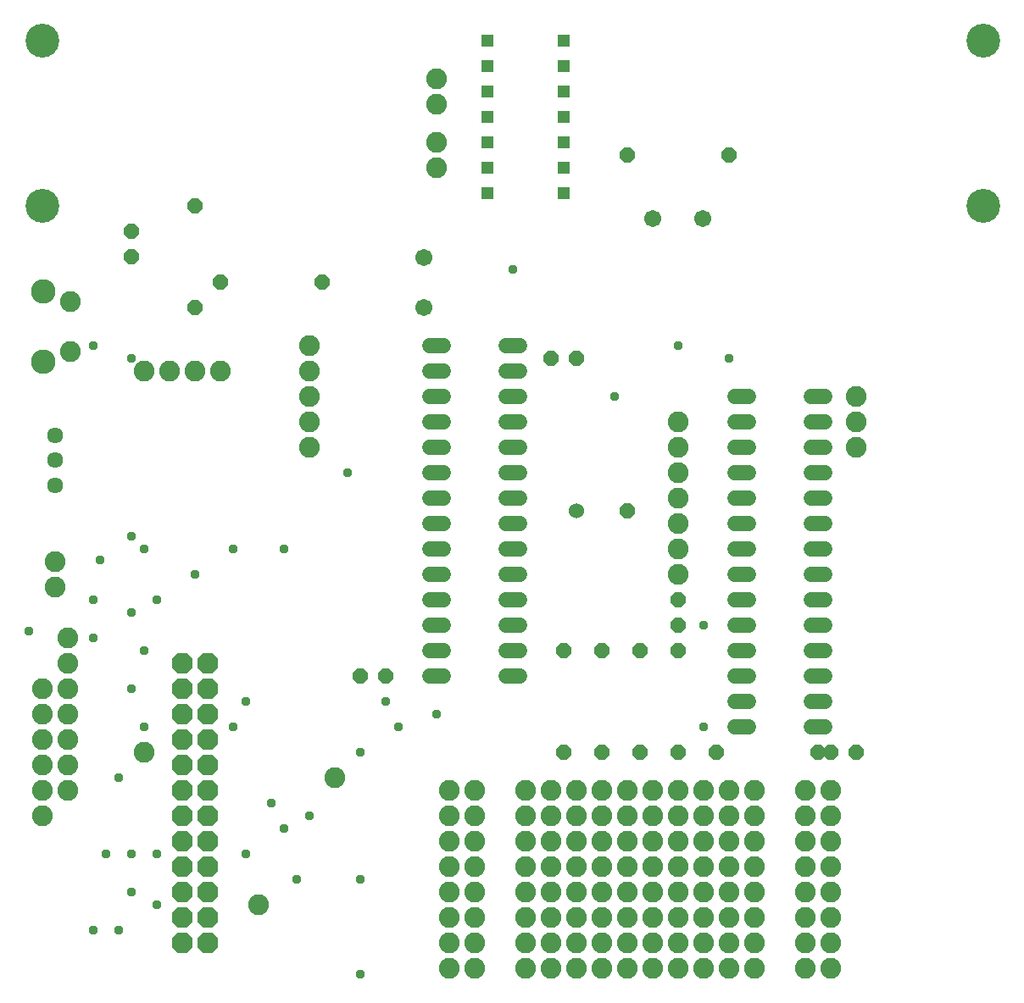
<source format=gbs>
G04 EAGLE Gerber RS-274X export*
G75*
%MOMM*%
%FSLAX34Y34*%
%LPD*%
%INBottom Soldermask*%
%IPPOS*%
%AMOC8*
5,1,8,0,0,1.08239X$1,22.5*%
G01*
%ADD10C,3.378200*%
%ADD11C,1.524000*%
%ADD12C,2.078200*%
%ADD13C,2.453200*%
%ADD14C,2.082800*%
%ADD15C,1.611200*%
%ADD16P,1.649562X8X112.500000*%
%ADD17C,1.711200*%
%ADD18P,1.649562X8X202.500000*%
%ADD19C,1.524000*%
%ADD20P,1.649562X8X22.500000*%
%ADD21P,1.649562X8X292.500000*%
%ADD22R,1.311200X1.311200*%
%ADD23P,2.254402X8X112.500000*%
%ADD24C,0.959600*%


D10*
X25400Y952500D03*
X25400Y787400D03*
X965200Y952500D03*
X965200Y787400D03*
D11*
X425704Y647700D02*
X412496Y647700D01*
X412496Y622300D02*
X425704Y622300D01*
X425704Y596900D02*
X412496Y596900D01*
X412496Y571500D02*
X425704Y571500D01*
X425704Y546100D02*
X412496Y546100D01*
X412496Y520700D02*
X425704Y520700D01*
X425704Y495300D02*
X412496Y495300D01*
X412496Y469900D02*
X425704Y469900D01*
X425704Y444500D02*
X412496Y444500D01*
X412496Y419100D02*
X425704Y419100D01*
X425704Y393700D02*
X412496Y393700D01*
X412496Y368300D02*
X425704Y368300D01*
X425704Y342900D02*
X412496Y342900D01*
X412496Y317500D02*
X425704Y317500D01*
X488696Y317500D02*
X501904Y317500D01*
X501904Y342900D02*
X488696Y342900D01*
X488696Y368300D02*
X501904Y368300D01*
X501904Y393700D02*
X488696Y393700D01*
X488696Y419100D02*
X501904Y419100D01*
X501904Y444500D02*
X488696Y444500D01*
X488696Y469900D02*
X501904Y469900D01*
X501904Y495300D02*
X488696Y495300D01*
X488696Y520700D02*
X501904Y520700D01*
X501904Y546100D02*
X488696Y546100D01*
X488696Y571500D02*
X501904Y571500D01*
X501904Y596900D02*
X488696Y596900D01*
X488696Y622300D02*
X501904Y622300D01*
X501904Y647700D02*
X488696Y647700D01*
D12*
X53670Y691750D03*
X53670Y641750D03*
D13*
X26670Y701750D03*
X26670Y631750D03*
D14*
X38100Y406400D03*
X38100Y431800D03*
X127000Y622300D03*
X152400Y622300D03*
X177800Y622300D03*
X203200Y622300D03*
D15*
X38100Y533400D03*
X38100Y508400D03*
X38100Y558400D03*
D16*
X114300Y736600D03*
X114300Y762000D03*
X177800Y685800D03*
X177800Y787400D03*
D14*
X292100Y647700D03*
X292100Y622300D03*
X292100Y596900D03*
X292100Y571500D03*
X292100Y546100D03*
D17*
X406400Y736200D03*
X406400Y686200D03*
D18*
X304800Y711200D03*
X203200Y711200D03*
X558800Y635000D03*
X533400Y635000D03*
X368300Y317500D03*
X342900Y317500D03*
D19*
X558800Y482600D03*
D20*
X609600Y482600D03*
D14*
X25400Y304800D03*
X25400Y279400D03*
X25400Y254000D03*
X25400Y228600D03*
X25400Y203200D03*
X25400Y177800D03*
X50800Y355600D03*
X50800Y330200D03*
X50800Y304800D03*
X50800Y279400D03*
X50800Y254000D03*
X50800Y228600D03*
X50800Y203200D03*
D11*
X717296Y596900D02*
X730504Y596900D01*
X730504Y571500D02*
X717296Y571500D01*
X717296Y546100D02*
X730504Y546100D01*
X730504Y520700D02*
X717296Y520700D01*
X717296Y495300D02*
X730504Y495300D01*
X730504Y469900D02*
X717296Y469900D01*
X717296Y444500D02*
X730504Y444500D01*
X730504Y419100D02*
X717296Y419100D01*
X717296Y393700D02*
X730504Y393700D01*
X730504Y368300D02*
X717296Y368300D01*
X717296Y342900D02*
X730504Y342900D01*
X730504Y317500D02*
X717296Y317500D01*
X717296Y292100D02*
X730504Y292100D01*
X730504Y266700D02*
X717296Y266700D01*
X793496Y266700D02*
X806704Y266700D01*
X806704Y292100D02*
X793496Y292100D01*
X793496Y317500D02*
X806704Y317500D01*
X806704Y342900D02*
X793496Y342900D01*
X793496Y368300D02*
X806704Y368300D01*
X806704Y393700D02*
X793496Y393700D01*
X793496Y419100D02*
X806704Y419100D01*
X806704Y444500D02*
X793496Y444500D01*
X793496Y469900D02*
X806704Y469900D01*
X806704Y495300D02*
X793496Y495300D01*
X793496Y520700D02*
X806704Y520700D01*
X806704Y546100D02*
X793496Y546100D01*
X793496Y571500D02*
X806704Y571500D01*
X806704Y596900D02*
X793496Y596900D01*
D21*
X660400Y393700D03*
X660400Y368300D03*
X622300Y342900D03*
X622300Y241300D03*
X660400Y342900D03*
X660400Y241300D03*
D18*
X838200Y241300D03*
X812800Y241300D03*
D20*
X698500Y241300D03*
X800100Y241300D03*
D18*
X711200Y838200D03*
X609600Y838200D03*
D17*
X635400Y774700D03*
X685400Y774700D03*
D22*
X469900Y952500D03*
X469900Y927100D03*
X469900Y901700D03*
X469900Y876300D03*
X469900Y850900D03*
X469900Y825500D03*
X469900Y800100D03*
X546100Y800100D03*
X546100Y825500D03*
X546100Y850900D03*
X546100Y876300D03*
X546100Y901700D03*
X546100Y927100D03*
X546100Y952500D03*
D14*
X419100Y889000D03*
X419100Y914400D03*
X419100Y825500D03*
X419100Y850900D03*
D23*
X165100Y50800D03*
X190500Y50800D03*
X165100Y76200D03*
X190500Y76200D03*
X165100Y101600D03*
X190500Y101600D03*
X165100Y127000D03*
X190500Y127000D03*
X165100Y152400D03*
X190500Y152400D03*
X165100Y177800D03*
X190500Y177800D03*
X165100Y203200D03*
X190500Y203200D03*
X165100Y228600D03*
X190500Y228600D03*
X165100Y254000D03*
X190500Y254000D03*
X165100Y279400D03*
X190500Y279400D03*
X165100Y304800D03*
X190500Y304800D03*
X165100Y330200D03*
X190500Y330200D03*
D21*
X584200Y342900D03*
X584200Y241300D03*
X546100Y342900D03*
X546100Y241300D03*
D14*
X127000Y241300D03*
X317500Y215900D03*
X241300Y88900D03*
X660400Y571500D03*
X660400Y546100D03*
X660400Y520700D03*
X660400Y495300D03*
X660400Y469900D03*
X660400Y444500D03*
X660400Y419100D03*
X838200Y596900D03*
X838200Y571500D03*
X838200Y546100D03*
X508000Y25400D03*
X508000Y50800D03*
X508000Y76200D03*
X508000Y101600D03*
X508000Y127000D03*
X508000Y152400D03*
X508000Y177800D03*
X508000Y203200D03*
X533400Y25400D03*
X533400Y50800D03*
X533400Y76200D03*
X533400Y101600D03*
X533400Y127000D03*
X533400Y152400D03*
X533400Y177800D03*
X533400Y203200D03*
X558800Y25400D03*
X558800Y50800D03*
X558800Y76200D03*
X558800Y101600D03*
X558800Y127000D03*
X558800Y152400D03*
X558800Y177800D03*
X558800Y203200D03*
X584200Y25400D03*
X584200Y50800D03*
X584200Y76200D03*
X584200Y101600D03*
X584200Y127000D03*
X584200Y152400D03*
X584200Y177800D03*
X584200Y203200D03*
X609600Y25400D03*
X609600Y50800D03*
X609600Y76200D03*
X609600Y101600D03*
X609600Y127000D03*
X609600Y152400D03*
X609600Y177800D03*
X609600Y203200D03*
X635000Y25400D03*
X635000Y50800D03*
X635000Y76200D03*
X635000Y101600D03*
X635000Y127000D03*
X635000Y152400D03*
X635000Y177800D03*
X635000Y203200D03*
X660400Y25400D03*
X660400Y50800D03*
X660400Y76200D03*
X660400Y101600D03*
X660400Y127000D03*
X660400Y152400D03*
X660400Y177800D03*
X660400Y203200D03*
X685800Y25400D03*
X685800Y50800D03*
X685800Y76200D03*
X685800Y101600D03*
X685800Y127000D03*
X685800Y152400D03*
X685800Y177800D03*
X685800Y203200D03*
X711200Y25400D03*
X711200Y50800D03*
X711200Y76200D03*
X711200Y101600D03*
X711200Y127000D03*
X711200Y152400D03*
X711200Y177800D03*
X711200Y203200D03*
X736600Y25400D03*
X736600Y50800D03*
X736600Y76200D03*
X736600Y101600D03*
X736600Y127000D03*
X736600Y152400D03*
X736600Y177800D03*
X736600Y203200D03*
X812800Y25400D03*
X812800Y50800D03*
X812800Y76200D03*
X812800Y101600D03*
X812800Y127000D03*
X812800Y152400D03*
X812800Y177800D03*
X812800Y203200D03*
X457200Y25400D03*
X457200Y50800D03*
X457200Y76200D03*
X457200Y101600D03*
X457200Y127000D03*
X457200Y152400D03*
X457200Y177800D03*
X457200Y203200D03*
X787400Y25400D03*
X787400Y50800D03*
X787400Y76200D03*
X787400Y101600D03*
X787400Y127000D03*
X787400Y152400D03*
X787400Y177800D03*
X787400Y203200D03*
X431800Y25400D03*
X431800Y50800D03*
X431800Y76200D03*
X431800Y101600D03*
X431800Y127000D03*
X431800Y152400D03*
X431800Y177800D03*
X431800Y203200D03*
D24*
X76200Y647700D03*
X83312Y433292D03*
X12446Y362426D03*
X685800Y368300D03*
X685800Y266700D03*
X228600Y292100D03*
X368300Y292100D03*
X114300Y635000D03*
X495300Y723900D03*
X101600Y215900D03*
X215900Y444500D03*
X127000Y444500D03*
X76200Y393700D03*
X76200Y355600D03*
X596900Y596900D03*
X660400Y647700D03*
X711200Y635000D03*
X76200Y63500D03*
X254000Y190500D03*
X292100Y177800D03*
X342900Y114300D03*
X342900Y19530D03*
X101600Y63500D03*
X139700Y139700D03*
X114300Y139700D03*
X114300Y101600D03*
X177800Y419100D03*
X139700Y88900D03*
X88900Y139700D03*
X279400Y114300D03*
X330200Y520700D03*
X266700Y165100D03*
X266700Y444500D03*
X228600Y139700D03*
X139700Y393700D03*
X342900Y241300D03*
X127000Y342900D03*
X127000Y266700D03*
X114300Y457200D03*
X114300Y304800D03*
X419100Y279400D03*
X381000Y266700D03*
X215900Y266700D03*
X114300Y381000D03*
M02*

</source>
